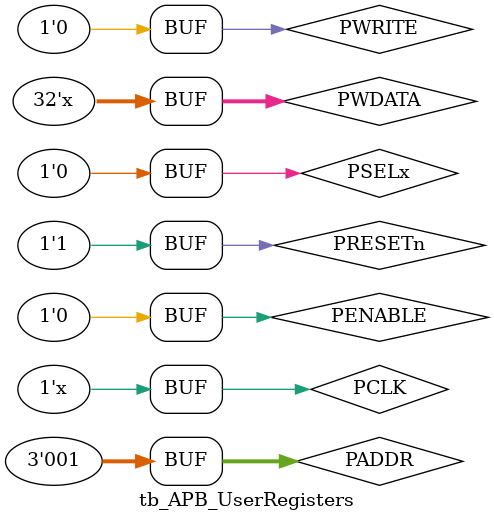
<source format=v>
`timescale 1ns/1ns
module tb_APB_UserRegisters();
  reg 					PCLK;
  reg 					PRESETn;
  reg 	[2:0]   PADDR;
  reg 					PSELx;
  reg 					PENABLE;
  reg 					PWRITE;
  reg 	[31:0]  PWDATA;

  wire	[31:0]  PRDATA;

initial begin
  PCLK = 1'b1;
  PRESETn <= 1'b0;
  PADDR <= 2'd0;
  PSELx <= 1'b0;
  PENABLE <= 1'b0;
  PWRITE <= 1'b0;
  PWDATA <= 32'bz;
  #10
  PRESETn <= 1'b1;
end

initial begin
  #200
  APB_read(3'b001);
  APB_write(3'b001, 8'b1111_1111);
  APB_read(3'b001);

  APB_read(3'b011);
  APB_write(3'b011, 8'b1010_1010);
  APB_read(3'b011);

  APB_read(3'b001);
  APB_write(3'b001, 8'b1111_1111);
  APB_read(3'b001);
end

always #10 PCLK = ~PCLK;

task APB_write(
  input  [2:0]   addr,
  input  [7:0]   data
);
begin
  PADDR <= addr;
  PWDATA <= {24'd0, data};
  PWRITE <= 1'b1;
  PSELx <= 1'b1;
  #20 
  PENABLE <= 1'b1;
  #20 
  PSELx <= 1'b0;
  PENABLE <= 1'b0;
  PWDATA <= 32'bz;
  #20;
end
endtask

task APB_read(
  input  [2:0]   addr
);
begin
  PADDR <= addr;
  PWRITE <= 1'b0;
  PSELx <= 1'b1;
  #20 
  PENABLE <= 1'b1;
  #20 
  PSELx <= 1'b0;
  PENABLE <= 1'b0;
  #20;
end
endtask

APB_UserRegisters APB_UserRegisters_inst (
  .PCLK(PCLK),
  .PRESETn(PRESETn),
  .PADDR(PADDR),
  .PSELx(PSELx),
  .PENABLE(PENABLE),
  .PWRITE(PWRITE),
  .PWDATA(PWDATA),

  .PRDATA(PRDATA)
);
endmodule
</source>
